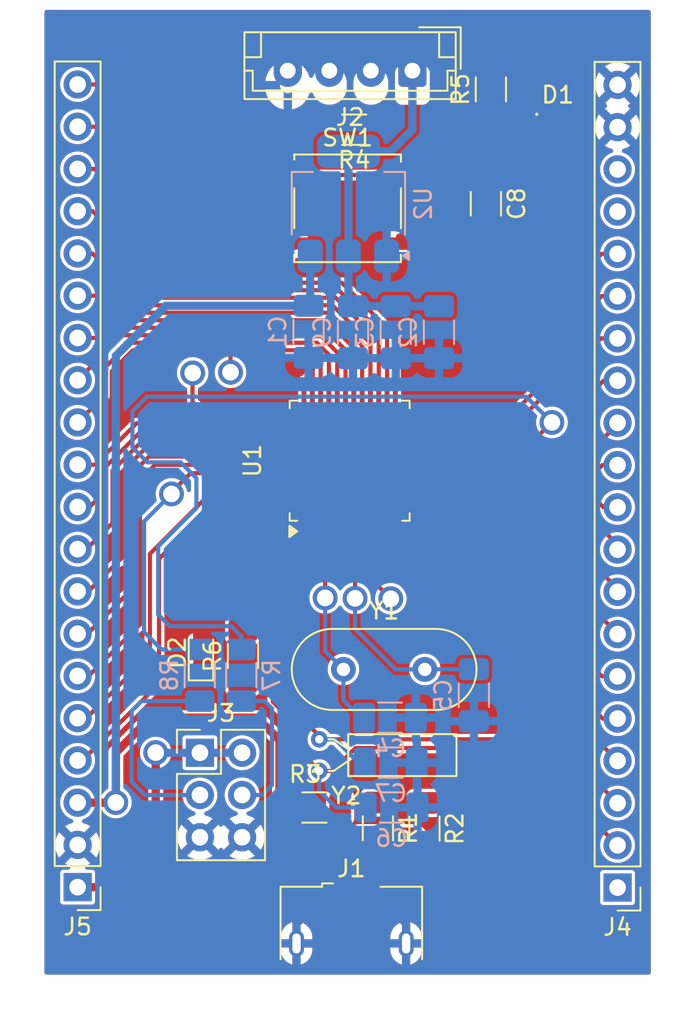
<source format=kicad_pcb>
(kicad_pcb (version 20241229) (generator "pcbnew") (generator_version "9.0")
  (layers (0 "F.Cu" signal) (2 "B.Cu" signal) (13 "F.Paste" user) (15 "B.Paste" user) (5 "F.SilkS" user "F.Silkscreen") (7 "B.SilkS" user "B.Silkscreen") (1 "F.Mask" user) (3 "B.Mask" user) (25 "Edge.Cuts" user))
  (net 0 "")
  (net 1 "Net-(J1-D-)")
  (net 2 "GND")
  (net 4 "Net-(J1-D+)")
  (net 5 "+5V")
  (net 6 "PA12")
  (net 7 "PA11")
  (net 8 "+3.3V")
  (net 9 "OSCIN")
  (net 10 "OSCOUT")
  (net 11 "Net-(D1-K)")
  (net 12 "Net-(D2-K)")
  (net 13 "SWDCLK")
  (net 14 "SWDIO")
  (net 15 "Net-(J3-Pin_4)")
  (net 16 "Net-(J3-Pin_3)")
  (net 17 "PC13")
  (net 18 "BOOT1")
  (net 19 "BOOT0")
  (net 20 "PA3")
  (net 21 "PA7")
  (net 22 "PA5")
  (net 23 "PA6")
  (net 24 "PA1")
  (net 25 "NRST")
  (net 26 "PC14")
  (net 27 "PB10")
  (net 28 "VBAT")
  (net 29 "PB0")
  (net 30 "PA4")
  (net 31 "PB11")
  (net 32 "PB1")
  (net 33 "PA2")
  (net 34 "PC15")
  (net 35 "PA0")
  (net 36 "PB14")
  (net 37 "PA8")
  (net 38 "PB15")
  (net 39 "PB8")
  (net 40 "PB3")
  (net 41 "PB13")
  (net 42 "PB12")
  (net 43 "PB5")
  (net 44 "PB4")
  (net 45 "PB6")
  (net 46 "PB7")
  (net 47 "PA10")
  (net 48 "PB9")
  (net 49 "PA9")
  (net 50 "PA15")
  (footprint "Connector_PinHeader_2.54mm:PinHeader_1x20_P2.54mm_Vertical" (layer "F.Cu") (at 242.5 80.765 180)
    (property "Reference" "J4")
    (property "Value" "Conn_01x20")
  )
  (footprint "Connector_USB:USB_Micro-B_Amphenol_10118193-0001LF_Horizontal" (layer "F.Cu") (at 226.475 84.125)
    (property "Reference" "J1")
    (property "Value" "USB_B_Micro")
  )
  (footprint "Resistor_SMD:R_1206_3216Metric_Pad1.30x1.75mm_HandSolder" (layer "F.Cu") (at 230.875 77.225 -90)
    (property "Reference" "R2")
    (property "Value" "20R")
  )
  (footprint "Resistor_SMD:R_1206_3216Metric_Pad1.30x1.75mm_HandSolder" (layer "F.Cu") (at 226.65 35.2 180)
    (property "Reference" "R4")
    (property "Value" "10K")
  )
  (footprint "Resistor_SMD:R_1206_3216Metric_Pad1.30x1.75mm_HandSolder" (layer "F.Cu") (at 224.25 75.95)
    (property "Reference" "R3")
    (property "Value" "4k7")
  )
  (footprint "Resistor_SMD:R_1206_3216Metric_Pad1.30x1.75mm_HandSolder" (layer "F.Cu") (at 228.075 77.2 -90)
    (property "Reference" "R1")
    (property "Value" "20R")
  )
  (footprint "Resistor_SMD:R_1206_3216Metric_Pad1.30x1.75mm_HandSolder" (layer "F.Cu") (at 234.875 32.775 90)
    (property "Reference" "R5")
    (property "Value" "510")
  )
  (footprint "Crystal:Crystal_HC18-U_Vertical" (layer "F.Cu") (at 226 67.65)
    (property "Reference" "Y1")
    (property "Value" "8MHz")
  )
  (footprint "Package_QFP:LQFP-48_7x7mm_P0.5mm" (layer "F.Cu") (at 226.375 55.1 90)
    (property "Reference" "U1")
    (property "Value" "STM32F103C8Tx")
  )
  (footprint "Crystal:Crystal_DS26_D2.0mm_L6.0mm_Horizontal" (layer "F.Cu") (at 224.545 73.75 90)
    (property "Reference" "Y2")
    (property "Value" "32.758K")
  )
  (footprint "Connector_PinHeader_2.54mm:PinHeader_1x20_P2.54mm_Vertical" (layer "F.Cu") (at 210 80.74 180)
    (property "Reference" "J5")
    (property "Value" "Conn_01x20")
  )
  (footprint "Resistor_SMD:R_1206_3216Metric_Pad1.30x1.75mm_HandSolder" (layer "F.Cu") (at 219.95 66.85 90)
    (property "Reference" "R6")
    (property "Value" "510")
  )
  (footprint "Connector_JST:JST_EH_B4B-EH-A_1x04_P2.50mm_Vertical" (layer "F.Cu") (at 230.15 31.65 180)
    (property "Reference" "J2")
    (property "Value" "ST-LINK")
  )
  (footprint "Connector_PinHeader_2.54mm:PinHeader_2x03_P2.54mm_Vertical" (layer "F.Cu") (at 217.36 72.66)
    (property "Reference" "J3")
    (property "Value" "BOOT")
  )
  (footprint "LED_SMD:LED_0402_1005Metric_Pad0.77x0.64mm_HandSolder" (layer "F.Cu") (at 238.9025 34.275)
    (property "Reference" "D1")
    (property "Value" "LED")
  )
  (footprint "LED_SMD:LED_0603_1608Metric_Pad1.05x0.95mm_HandSolder" (layer "F.Cu") (at 217.425 66.65 90)
    (property "Reference" "D2")
    (property "Value" "LED")
  )
  (footprint "Capacitor_SMD:C_1206_3216Metric_Pad1.33x1.80mm_HandSolder" (layer "F.Cu") (at 234.575 39.65 -90)
    (property "Reference" "C8")
    (property "Value" "22n")
  )
  (footprint "Button_Switch_SMD:SW_Push_1P1T_NO_CK_KSC6xxG" (layer "F.Cu") (at 226.25 39.925 180)
    (property "Reference" "SW1")
    (property "Value" "RST")
  )
  (footprint "Resistor_SMD:R_1206_3216Metric_Pad1.30x1.75mm_HandSolder" (layer "B.Cu") (at 217.35 68 -90)
    (property "Reference" "R8")
    (property "Value" "100K")
  )
  (footprint "Resistor_SMD:R_1206_3216Metric_Pad1.30x1.75mm_HandSolder" (layer "B.Cu") (at 219.85 68 90)
    (property "Reference" "R7")
    (property "Value" "100K")
  )
  (footprint "Capacitor_SMD:C_1206_3216Metric_Pad1.33x1.80mm_HandSolder" (layer "B.Cu") (at 231.75 47.375 -90)
    (property "Reference" "C2")
    (property "Value" "22n")
  )
  (footprint "Capacitor_SMD:C_1206_3216Metric_Pad1.33x1.80mm_HandSolder" (layer "B.Cu") (at 228.9 75.95)
    (property "Reference" "C6")
    (property "Value" "20p")
  )
  (footprint "Capacitor_SMD:C_1206_3216Metric_Pad1.33x1.80mm_HandSolder" (layer "B.Cu") (at 233.85 69.2 -90)
    (property "Reference" "C5")
    (property "Value" "20p")
  )
  (footprint "Package_TO_SOT_SMD:SOT-223-3_TabPin2" (layer "B.Cu") (at 226.3 39.65 90)
    (property "Reference" "U2")
    (property "Value" "AMS1117-3.3")
  )
  (footprint "Capacitor_SMD:C_1206_3216Metric_Pad1.33x1.80mm_HandSolder" (layer "B.Cu") (at 229.15 47.375 -90)
    (property "Reference" "C3")
    (property "Value" "22n")
  )
  (footprint "Capacitor_SMD:C_1206_3216Metric_Pad1.33x1.80mm_HandSolder" (layer "B.Cu") (at 226.575 47.375 -90)
    (property "Reference" "C9")
    (property "Value" "22n")
  )
  (footprint "Capacitor_SMD:C_1206_3216Metric_Pad1.33x1.80mm_HandSolder" (layer "B.Cu") (at 228.8 70.55)
    (property "Reference" "C4")
    (property "Value" "20p")
  )
  (footprint "Capacitor_SMD:C_1206_3216Metric_Pad1.33x1.80mm_HandSolder" (layer "B.Cu") (at 223.9 47.35 -90)
    (property "Reference" "C1")
    (property "Value" "22n")
  )
  (footprint "Capacitor_SMD:C_1206_3216Metric_Pad1.33x1.80mm_HandSolder" (layer "B.Cu") (at 228.85 73.25)
    (property "Reference" "C7")
    (property "Value" "20p")
  )
  (segment (start 225.825 81.45) (end 225.825 78.35) (width 0.25) (layer "F.Cu") (net 1))
  (segment (start 226.9 77.275) (end 230.425 77.275) (width 0.25) (layer "F.Cu") (net 1))
  (segment (start 230.875 77.725) (end 230.875 78.775) (width 0.25) (layer "F.Cu") (net 1))
  (segment (start 230.425 77.275) (end 230.875 77.725) (width 0.25) (layer "F.Cu") (net 1))
  (segment (start 225.825 78.35) (end 226.9 77.275) (width 0.25) (layer "F.Cu") (net 1))
  (segment (start 226.95 78.75) (end 228.075 78.75) (width 0.25) (layer "F.Cu") (net 4))
  (segment (start 226.475 79.225) (end 226.95 78.75) (width 0.25) (layer "F.Cu") (net 4))
  (segment (start 226.475 81.45) (end 226.475 79.225) (width 0.25) (layer "F.Cu") (net 4))
  (segment (start 222.15 71.9) (end 222.15 76.95) (width 0.5) (layer "F.Cu") (net 5))
  (segment (start 212.29 75.66) (end 212.3 75.65) (width 0.5) (layer "F.Cu") (net 5))
  (segment (start 220.8 70.55) (end 222.15 71.9) (width 0.5) (layer "F.Cu") (net 5))
  (segment (start 210 75.66) (end 212.29 75.66) (width 0.5) (layer "F.Cu") (net 5))
  (segment (start 225.175 81.45) (end 225.175 79.975) (width 0.25) (layer "F.Cu") (net 5))
  (segment (start 214.4 70.55) (end 220.8 70.55) (width 0.5) (layer "F.Cu") (net 5))
  (segment (start 225.175 79.975) (end 224.95 79.75) (width 0.25) (layer "F.Cu") (net 5))
  (segment (start 222.15 76.95) (end 224.95 79.75) (width 0.5) (layer "F.Cu") (net 5))
  (segment (start 212.3 72.65) (end 214.4 70.55) (width 0.5) (layer "F.Cu") (net 5))
  (segment (start 212.3 75.65) (end 212.3 72.65) (width 0.5) (layer "F.Cu") (net 5))
  (via (at 212.3 75.65) (size 1.5) (drill 1) (layers "F.Cu" "B.Cu") (net 5))
  (segment (start 212.3 75.65) (end 212.3 48.8) (width 0.5) (layer "B.Cu") (net 5))
  (segment (start 224 42.8) (end 224 45.6875) (width 0.5) (layer "B.Cu") (net 5))
  (segment (start 224 45.6875) (end 223.9 45.7875) (width 0.5) (layer "B.Cu") (net 5))
  (segment (start 215.3125 45.7875) (end 223.9 45.7875) (width 0.5) (layer "B.Cu") (net 5))
  (segment (start 212.3 48.8) (end 215.3125 45.7875) (width 0.5) (layer "B.Cu") (net 5))
  (segment (start 213.142 48.008) (end 211.6 49.55) (width 0.25) (layer "F.Cu") (net 6))
  (segment (start 225.125 48.72748) (end 224.40552 48.008) (width 0.25) (layer "F.Cu") (net 6))
  (segment (start 228.075 75.65) (end 226.1 75.65) (width 0.25) (layer "F.Cu") (net 6))
  (segment (start 211.6 49.55) (end 211.6 51.2) (width 0.25) (layer "F.Cu") (net 6))
  (segment (start 211.6 51.2) (end 210 52.8) (width 0.25) (layer "F.Cu") (net 6))
  (segment (start 225.125 50.9375) (end 225.125 48.72748) (width 0.25) (layer "F.Cu") (net 6))
  (segment (start 224.40552 48.008) (end 213.142 48.008) (width 0.25) (layer "F.Cu") (net 6))
  (segment (start 226.1 75.65) (end 225.8 75.95) (width 0.25) (layer "F.Cu") (net 6))
  (segment (start 225.625 50.9375) (end 225.625 48.58967) (width 0.25) (layer "F.Cu") (net 7))
  (segment (start 212.693 47.557) (end 210 50.25) (width 0.25) (layer "F.Cu") (net 7))
  (segment (start 225.625 48.58967) (end 224.59233 47.557) (width 0.25) (layer "F.Cu") (net 7))
  (segment (start 224.59233 47.557) (end 212.693 47.557) (width 0.25) (layer "F.Cu") (net 7))
  (segment (start 210 50.25) (end 210 50.26) (width 0.25) (layer "F.Cu") (net 7))
  (segment (start 230.5375 52.35) (end 224.175 52.35) (width 0.25) (layer "F.Cu") (net 8))
  (segment (start 224.175 52.35) (end 223.625 51.8) (width 0.25) (layer "F.Cu") (net 8))
  (segment (start 223.625 51.8) (end 223.625 50.9375) (width 0.25) (layer "F.Cu") (net 8))
  (segment (start 222.2125 57.85) (end 227.019178 57.85) (width 0.25) (layer "F.Cu") (net 8))
  (segment (start 227.625 58.455822) (end 227.625 59.2625) (width 0.25) (layer "F.Cu") (net 8))
  (segment (start 227.019178 57.85) (end 227.625 58.455822) (width 0.25) (layer "F.Cu") (net 8))
  (segment (start 213.26 80.74) (end 210 80.74) (width 0.5) (layer "F.Cu") (net 8))
  (segment (start 214.7 79.3) (end 213.26 80.74) (width 0.5) (layer "F.Cu") (net 8))
  (segment (start 214.7 72.65) (end 214.7 79.3) (width 0.5) (layer "F.Cu") (net 8))
  (via (at 214.7 72.65) (size 1.5) (drill 1) (layers "F.Cu" "B.Cu") (net 8))
  (segment (start 230.15 35.2) (end 230.15 32.525) (width 0.5) (layer "B.Cu") (net 8))
  (segment (start 214.7 72.65) (end 214.71 72.66) (width 0.5) (layer "B.Cu") (net 8))
  (segment (start 226.3 45.5375) (end 226.575 45.8125) (width 0.5) (layer "B.Cu") (net 8))
  (segment (start 226.3 36.5) (end 226.3 42.8) (width 0.5) (layer "B.Cu") (net 8))
  (segment (start 226.575 45.8125) (end 229.15 45.8125) (width 0.5) (layer "B.Cu") (net 8))
  (segment (start 226.3 42.8) (end 226.3 45.5375) (width 0.5) (layer "B.Cu") (net 8))
  (segment (start 229.15 45.8125) (end 231.75 45.8125) (width 0.5) (layer "B.Cu") (net 8))
  (segment (start 226.3 36.5) (end 228.85 36.5) (width 0.5) (layer "B.Cu") (net 8))
  (segment (start 217.36 72.66) (end 214.71 72.66) (width 0.5) (layer "B.Cu") (net 8))
  (segment (start 228.85 36.5) (end 230.15 35.2) (width 0.5) (layer "B.Cu") (net 8))
  (segment (start 219.9 72.66) (end 217.36 72.66) (width 0.5) (layer "B.Cu") (net 8))
  (segment (start 225.625 59.2625) (end 225.625 61.325) (width 0.25) (layer "F.Cu") (net 9))
  (segment (start 224.9 62.05) (end 224.9 63.35) (width 0.25) (layer "F.Cu") (net 9))
  (segment (start 224.9 63.35) (end 224.9 63.45) (width 0.25) (layer "F.Cu") (net 9))
  (segment (start 225.625 61.325) (end 224.9 62.05) (width 0.25) (layer "F.Cu") (net 9))
  (via (at 224.9 63.35) (size 1.5) (drill 1) (layers "F.Cu" "B.Cu") (net 9))
  (segment (start 227.2375 70.55) (end 227.05 70.55) (width 0.25) (layer "B.Cu") (net 9))
  (segment (start 224.9 63.35) (end 224.9 66.55) (width 0.25) (layer "B.Cu") (net 9))
  (segment (start 227.05 70.55) (end 226 69.5) (width 0.25) (layer "B.Cu") (net 9))
  (segment (start 224.9 66.55) (end 226 67.65) (width 0.25) (layer "B.Cu") (net 9))
  (segment (start 226 69.5) (end 226 67.65) (width 0.25) (layer "B.Cu") (net 9))
  (segment (start 226.125 61.375) (end 226.125 59.2625) (width 0.25) (layer "F.Cu") (net 10))
  (segment (start 226.7 61.95) (end 226.125 61.375) (width 0.25) (layer "F.Cu") (net 10))
  (segment (start 226.7 63.375) (end 226.7 61.95) (width 0.25) (layer "F.Cu") (net 10))
  (via (at 226.7 63.375) (size 1.5) (drill 1) (layers "F.Cu" "B.Cu") (net 10))
  (segment (start 229.15 67.65) (end 230.9 67.65) (width 0.25) (layer "B.Cu") (net 10))
  (segment (start 226.7 63.375) (end 226.7 65.2) (width 0.25) (layer "B.Cu") (net 10))
  (segment (start 233.85 67.6375) (end 230.9125 67.6375) (width 0.25) (layer "B.Cu") (net 10))
  (segment (start 230.9125 67.6375) (end 230.9 67.65) (width 0.25) (layer "B.Cu") (net 10))
  (segment (start 226.7 65.2) (end 229.15 67.65) (width 0.25) (layer "B.Cu") (net 10))
  (segment (start 216.925 49.825) (end 216.916 49.834) (width 0.25) (layer "F.Cu") (net 13))
  (segment (start 216.916 49.834) (end 216.916 51.562) (width 0.25) (layer "F.Cu") (net 13))
  (segment (start 217.704 52.35) (end 222.2125 52.35) (width 0.25) (layer "F.Cu") (net 13))
  (segment (start 216.916 51.562) (end 217.704 52.35) (width 0.25) (layer "F.Cu") (net 13))
  (via (at 216.925 49.825) (size 1.5) (drill 1) (layers "F.Cu" "B.Cu") (net 13))
  (segment (start 219.964 48.459) (end 219.511 48.459) (width 0.25) (layer "F.Cu") (net 14))
  (segment (start 224.625 50.9375) (end 224.625 49.056) (width 0.25) (layer "F.Cu") (net 14))
  (segment (start 224.028 48.459) (end 219.964 48.459) (width 0.25) (layer "F.Cu") (net 14))
  (segment (start 219.202 48.768) (end 219.202 49.784) (width 0.25) (layer "F.Cu") (net 14))
  (segment (start 224.625 49.056) (end 224.028 48.459) (width 0.25) (layer "F.Cu") (net 14))
  (segment (start 219.511 48.459) (end 219.202 48.768) (width 0.25) (layer "F.Cu") (net 14))
  (via (at 219.202 49.784) (size 1.5) (drill 1) (layers "F.Cu" "B.Cu") (net 14))
  (segment (start 221.7 74.6) (end 221.7 70) (width 0.25) (layer "B.Cu") (net 15))
  (segment (start 221.25 69.55) (end 219.85 69.55) (width 0.25) (layer "B.Cu") (net 15))
  (segment (start 221.1 75.2) (end 221.7 74.6) (width 0.25) (layer "B.Cu") (net 15))
  (segment (start 221.7 70) (end 221.25 69.55) (width 0.25) (layer "B.Cu") (net 15))
  (segment (start 219.9 75.2) (end 221.1 75.2) (width 0.25) (layer "B.Cu") (net 15))
  (segment (start 217.36 75.2) (end 214.05 75.2) (width 0.25) (layer "B.Cu") (net 16))
  (segment (start 213.85 69.55) (end 217.35 69.55) (width 0.25) (layer "B.Cu") (net 16))
  (segment (start 214.05 75.2) (end 213.25 74.4) (width 0.25) (layer "B.Cu") (net 16))
  (segment (start 213.25 70.15) (end 213.85 69.55) (width 0.25) (layer "B.Cu") (net 16))
  (segment (start 213.25 74.4) (end 213.25 70.15) (width 0.25) (layer "B.Cu") (net 16))
  (segment (start 227.25 72.826) (end 225.476 74.6) (width 0.25) (layer "F.Cu") (net 17))
  (segment (start 221.299 66.874) (end 220.875 66.45) (width 0.25) (layer "F.Cu") (net 17))
  (segment (start 219.95 66.25) (end 219.95 65.3) (width 0.25) (layer "F.Cu") (net 17))
  (segment (start 220.15 66.45) (end 219.95 66.25) (width 0.25) (layer "F.Cu") (net 17))
  (segment (start 224 74.6) (end 222.825 73.425) (width 0.25) (layer "F.Cu") (net 17))
  (segment (start 239.00319 72.826) (end 227.25 72.826) (width 0.25) (layer "F.Cu") (net 17))
  (segment (start 240.9 76.625) (end 240.9 74.72281) (width 0.25) (layer "F.Cu") (net 17))
  (segment (start 225.476 74.6) (end 224 74.6) (width 0.25) (layer "F.Cu") (net 17))
  (segment (start 222.825 71.31281) (end 221.299 69.78681) (width 0.25) (layer "F.Cu") (net 17))
  (segment (start 220.875 66.45) (end 220.15 66.45) (width 0.25) (layer "F.Cu") (net 17))
  (segment (start 221.299 69.78681) (end 221.299 66.874) (width 0.25) (layer "F.Cu") (net 17))
  (segment (start 240.9 74.72281) (end 239.00319 72.826) (width 0.25) (layer "F.Cu") (net 17))
  (segment (start 224.125 60.575) (end 222.7 62) (width 0.25) (layer "F.Cu") (net 17))
  (segment (start 222.7 62) (end 222.7 64) (width 0.25) (layer "F.Cu") (net 17))
  (segment (start 222.825 73.425) (end 222.825 71.31281) (width 0.25) (layer "F.Cu") (net 17))
  (segment (start 242.5 78.225) (end 240.9 76.625) (width 0.25) (layer "F.Cu") (net 17))
  (segment (start 221.4 65.3) (end 219.95 65.3) (width 0.25) (layer "F.Cu") (net 17))
  (segment (start 222.7 64) (end 221.4 65.3) (width 0.25) (layer "F.Cu") (net 17))
  (segment (start 224.125 59.2625) (end 224.125 60.575) (width 0.25) (layer "F.Cu") (net 17))
  (segment (start 238.525 52.8) (end 236.975 54.35) (width 0.25) (layer "F.Cu") (net 18))
  (segment (start 236.975 54.35) (end 230.5375 54.35) (width 0.25) (layer "F.Cu") (net 18))
  (segment (start 238.55 52.8) (end 238.525 52.8) (width 0.25) (layer "F.Cu") (net 18))
  (via (at 238.55 52.8) (size 1.5) (drill 1) (layers "F.Cu" "B.Cu") (net 18))
  (segment (start 217.15 56.15) (end 216.2 55.2) (width 0.25) (layer "B.Cu") (net 18))
  (segment (start 214.18 51.25) (end 237 51.25) (width 0.25) (layer "B.Cu") (net 18))
  (segment (start 217.15 57.95) (end 217.15 56.15) (width 0.25) (layer "B.Cu") (net 18))
  (segment (start 219.85 66.45) (end 219.85 65.65) (width 0.25) (layer "B.Cu") (net 18))
  (segment (start 214.85 64.35) (end 214.85 60.25) (width 0.25) (layer "B.Cu") (net 18))
  (segment (start 214.85 60.25) (end 217.15 57.95) (width 0.25) (layer "B.Cu") (net 18))
  (segment (start 213.3 52.13) (end 214.18 51.25) (width 0.25) (layer "B.Cu") (net 18))
  (segment (start 213.3 54.3) (end 213.3 52.13) (width 0.25) (layer "B.Cu") (net 18))
  (segment (start 216.2 55.2) (end 214.2 55.2) (width 0.25) (layer "B.Cu") (net 18))
  (segment (start 219.25 65.05) (end 215.55 65.05) (width 0.25) (layer "B.Cu") (net 18))
  (segment (start 215.55 65.05) (end 214.85 64.35) (width 0.25) (layer "B.Cu") (net 18))
  (segment (start 237 51.25) (end 238.55 52.8) (width 0.25) (layer "B.Cu") (net 18))
  (segment (start 214.2 55.2) (end 213.3 54.3) (width 0.25) (layer "B.Cu") (net 18))
  (segment (start 219.85 65.65) (end 219.25 65.05) (width 0.25) (layer "B.Cu") (net 18))
  (segment (start 215.65 57) (end 216.8 55.85) (width 0.25) (layer "F.Cu") (net 19))
  (segment (start 216.8 55.85) (end 222.2125 55.85) (width 0.25) (layer "F.Cu") (net 19))
  (segment (start 215.65 57.1) (end 215.65 57) (width 0.25) (layer "F.Cu") (net 19))
  (via (at 215.65 57.1) (size 1.5) (drill 1) (layers "F.Cu" "B.Cu") (net 19))
  (segment (start 217.35 66.45) (end 215.05 66.45) (width 0.25) (layer "B.Cu") (net 19))
  (segment (start 214 58.75) (end 215.65 57.1) (width 0.25) (layer "B.Cu") (net 19))
  (segment (start 214 65.4) (end 214 58.75) (width 0.25) (layer "B.Cu") (net 19))
  (segment (start 215.05 66.45) (end 214 65.4) (width 0.25) (layer "B.Cu") (net 19))
  (segment (start 241.05 61.35) (end 241.05 59.45) (width 0.25) (layer "F.Cu") (net 20))
  (segment (start 241.05 59.45) (end 239.45 57.85) (width 0.25) (layer "F.Cu") (net 20))
  (segment (start 242.5 62.985) (end 242.5 62.8) (width 0.25) (layer "F.Cu") (net 20))
  (segment (start 239.45 57.85) (end 230.5375 57.85) (width 0.25) (layer "F.Cu") (net 20))
  (segment (start 242.5 62.8) (end 241.05 61.35) (width 0.25) (layer "F.Cu") (net 20))
  (segment (start 239.55 55.85) (end 242.5 52.9) (width 0.25) (layer "F.Cu") (net 21))
  (segment (start 230.5375 55.85) (end 239.55 55.85) (width 0.25) (layer "F.Cu") (net 21))
  (segment (start 242.5 52.9) (end 242.5 52.825) (width 0.25) (layer "F.Cu") (net 21))
  (segment (start 240.6 56.85) (end 241.655 57.905) (width 0.25) (layer "F.Cu") (net 22))
  (segment (start 241.655 57.905) (end 242.5 57.905) (width 0.25) (layer "F.Cu") (net 22))
  (segment (start 230.5375 56.85) (end 240.6 56.85) (width 0.25) (layer "F.Cu") (net 22))
  (segment (start 230.5375 56.35) (end 240.6 56.35) (width 0.25) (layer "F.Cu") (net 23))
  (segment (start 240.6 56.35) (end 241.585 55.365) (width 0.25) (layer "F.Cu") (net 23))
  (segment (start 241.585 55.365) (end 242.5 55.365) (width 0.25) (layer "F.Cu") (net 23))
  (segment (start 241.565 68.065) (end 242.5 68.065) (width 0.25) (layer "F.Cu") (net 24))
  (segment (start 241.05 64.8) (end 241.05 67.55) (width 0.25) (layer "F.Cu") (net 24))
  (segment (start 241.05 67.55) (end 241.565 68.065) (width 0.25) (layer "F.Cu") (net 24))
  (segment (start 229.225 60.875) (end 237.125 60.875) (width 0.25) (layer "F.Cu") (net 24))
  (segment (start 237.125 60.875) (end 241.05 64.8) (width 0.25) (layer "F.Cu") (net 24))
  (segment (start 228.625 59.2625) (end 228.625 60.275) (width 0.25) (layer "F.Cu") (net 24))
  (segment (start 228.625 60.275) (end 229.225 60.875) (width 0.25) (layer "F.Cu") (net 24))
  (segment (start 230.7 37.925) (end 234.4125 37.925) (width 0.25) (layer "F.Cu") (net 25))
  (segment (start 226.625 61.175) (end 226.625 59.2625) (width 0.25) (layer "F.Cu") (net 25))
  (segment (start 234.4125 37.925) (end 234.575 38.0875) (width 0.25) (layer "F.Cu") (net 25))
  (segment (start 225.1 35.2) (end 222.9 35.2) (width 0.25) (layer "F.Cu") (net 25))
  (segment (start 228.85 63.4) (end 226.625 61.175) (width 0.25) (layer "F.Cu") (net 25))
  (segment (start 221.8 37.925) (end 230.7 37.925) (width 0.25) (layer "F.Cu") (net 25))
  (segment (start 221.8 36.3) (end 221.8 37.925) (width 0.25) (layer "F.Cu") (net 25))
  (segment (start 222.9 35.2) (end 221.8 36.3) (width 0.25) (layer "F.Cu") (net 25))
  (via (at 228.85 63.4) (size 1.5) (drill 1) (layers "F.Cu" "B.Cu") (net 25))
  (segment (start 224.625 60.825) (end 223.25 62.2) (width 0.25) (layer "F.Cu") (net 26))
  (segment (start 221.75 69.6) (end 223.35 71.2) (width 0.25) (layer "F.Cu") (net 26))
  (segment (start 223.25 64.41219) (end 221.75 65.91219) (width 0.25) (layer "F.Cu") (net 26))
  (segment (start 239.19 72.375) (end 226.725 72.375) (width 0.25) (layer "F.Cu") (net 26))
  (segment (start 221.75 65.91219) (end 221.75 69.6) (width 0.25) (layer "F.Cu") (net 26))
  (segment (start 223.35 72.555) (end 224.545 73.75) (width 0.25) (layer "F.Cu") (net 26))
  (segment (start 223.25 62.2) (end 223.25 64.41219) (width 0.25) (layer "F.Cu") (net 26))
  (segment (start 224.625 59.2625) (end 224.625 60.825) (width 0.25) (layer "F.Cu") (net 26))
  (segment (start 226.725 72.375) (end 225.35 73.75) (width 0.25) (layer "F.Cu") (net 26))
  (segment (start 242.5 75.685) (end 239.19 72.375) (width 0.25) (layer "F.Cu") (net 26))
  (segment (start 225.35 73.75) (end 224.545 73.75) (width 0.25) (layer "F.Cu") (net 26))
  (segment (start 223.35 71.2) (end 223.35 72.555) (width 0.25) (layer "F.Cu") (net 26))
  (segment (start 225.55 75.95) (end 224.545 74.945) (width 0.25) (layer "B.Cu") (net 26))
  (segment (start 224.545 74.945) (end 224.545 73.75) (width 0.25) (layer "B.Cu") (net 26))
  (segment (start 227.3375 75.95) (end 225.55 75.95) (width 0.25) (layer "B.Cu") (net 26))
  (segment (start 241.545 45.205) (end 242.5 45.205) (width 0.25) (layer "F.Cu") (net 27))
  (segment (start 239.85 46.9) (end 241.545 45.205) (width 0.25) (layer "F.Cu") (net 27))
  (segment (start 230.5375 53.85) (end 235.4 53.85) (width 0.25) (layer "F.Cu") (net 27))
  (segment (start 235.4 53.85) (end 239.85 49.4) (width 0.25) (layer "F.Cu") (net 27))
  (segment (start 239.85 49.4) (end 239.85 46.9) (width 0.25) (layer "F.Cu") (net 27))
  (segment (start 241.05 53.45) (end 241.05 50.9) (width 0.25) (layer "F.Cu") (net 29))
  (segment (start 239.15 55.35) (end 241.05 53.45) (width 0.25) (layer "F.Cu") (net 29))
  (segment (start 241.665 50.285) (end 242.5 50.285) (width 0.25) (layer "F.Cu") (net 29))
  (segment (start 230.5375 55.35) (end 239.15 55.35) (width 0.25) (layer "F.Cu") (net 29))
  (segment (start 241.05 50.9) (end 241.665 50.285) (width 0.25) (layer "F.Cu") (net 29))
  (segment (start 239.7 57.35) (end 242.5 60.15) (width 0.25) (layer "F.Cu") (net 30))
  (segment (start 242.5 60.15) (end 242.5 60.445) (width 0.25) (layer "F.Cu") (net 30))
  (segment (start 230.5375 57.35) (end 239.7 57.35) (width 0.25) (layer "F.Cu") (net 30))
  (segment (start 239.25 49.2) (end 239.25 44.95) (width 0.25) (layer "F.Cu") (net 31))
  (segment (start 239.25 44.95) (end 241.535 42.665) (width 0.25) (layer "F.Cu") (net 31))
  (segment (start 235.1 53.35) (end 239.25 49.2) (width 0.25) (layer "F.Cu") (net 31))
  (segment (start 230.5375 53.35) (end 235.1 53.35) (width 0.25) (layer "F.Cu") (net 31))
  (segment (start 241.535 42.665) (end 242.5 42.665) (width 0.25) (layer "F.Cu") (net 31))
  (segment (start 230.5375 54.85) (end 238.8 54.85) (width 0.25) (layer "F.Cu") (net 32))
  (segment (start 240.45 48.8) (end 241.505 47.745) (width 0.25) (layer "F.Cu") (net 32))
  (segment (start 241.505 47.745) (end 242.5 47.745) (width 0.25) (layer "F.Cu") (net 32))
  (segment (start 238.8 54.85) (end 240.45 53.2) (width 0.25) (layer "F.Cu") (net 32))
  (segment (start 240.45 53.2) (end 240.45 48.8) (width 0.25) (layer "F.Cu") (net 32))
  (segment (start 229.125 59.2625) (end 229.125 60.05) (width 0.25) (layer "F.Cu") (net 33))
  (segment (start 229.125 60.05) (end 229.45 60.375) (width 0.25) (layer "F.Cu") (net 33))
  (segment (start 229.45 60.375) (end 237.375 60.375) (width 0.25) (layer "F.Cu") (net 33))
  (segment (start 242.5 65.5) (end 242.5 65.525) (width 0.25) (layer "F.Cu") (net 33))
  (segment (start 237.375 60.375) (end 242.5 65.5) (width 0.25) (layer "F.Cu") (net 33))
  (segment (start 241.205 71.85) (end 224.545 71.85) (width 0.25) (layer "F.Cu") (net 34))
  (segment (start 223.701 64.599) (end 222.2 66.1) (width 0.25) (layer "F.Cu") (net 34))
  (segment (start 225.125 59.2625) (end 225.125 61.125) (width 0.25) (layer "F.Cu") (net 34))
  (segment (start 223.701 62.549) (end 223.701 64.599) (width 0.25) (layer "F.Cu") (net 34))
  (segment (start 224.545 71.645) (end 224.545 71.85) (width 0.25) (layer "F.Cu") (net 34))
  (segment (start 225.125 61.125) (end 223.701 62.549) (width 0.25) (layer "F.Cu") (net 34))
  (segment (start 222.2 69.3) (end 224.545 71.645) (width 0.25) (layer "F.Cu") (net 34))
  (segment (start 222.2 66.1) (end 222.2 69.3) (width 0.25) (layer "F.Cu") (net 34))
  (segment (start 242.5 73.145) (end 241.205 71.85) (width 0.25) (layer "F.Cu") (net 34))
  (segment (start 227.2875 73.25) (end 226.9 73.25) (width 0.25) (layer "B.Cu") (net 34))
  (segment (start 225.5 71.85) (end 224.545 71.85) (width 0.25) (layer "B.Cu") (net 34))
  (segment (start 226.9 73.25) (end 225.5 71.85) (width 0.25) (layer "B.Cu") (net 34))
  (segment (start 240.4 65.05) (end 240.4 69.4) (width 0.25) (layer "F.Cu") (net 35))
  (segment (start 228.125 59.2625) (end 228.125 60.45) (width 0.25) (layer "F.Cu") (net 35))
  (segment (start 241.605 70.605) (end 242.5 70.605) (width 0.25) (layer "F.Cu") (net 35))
  (segment (start 236.75 61.4) (end 240.4 65.05) (width 0.25) (layer "F.Cu") (net 35))
  (segment (start 229.075 61.4) (end 236.75 61.4) (width 0.25) (layer "F.Cu") (net 35))
  (segment (start 240.4 69.4) (end 241.605 70.605) (width 0.25) (layer "F.Cu") (net 35))
  (segment (start 228.125 60.45) (end 229.075 61.4) (width 0.25) (layer "F.Cu") (net 35))
  (segment (start 225.52638 45.302) (end 213.83981 45.302) (width 0.25) (layer "F.Cu") (net 36))
  (segment (start 212.65 44.11219) (end 212.65 39.2) (width 0.25) (layer "F.Cu") (net 36))
  (segment (start 213.83981 45.302) (end 212.65 44.11219) (width 0.25) (layer "F.Cu") (net 36))
  (segment (start 228.125 50.9375) (end 228.125 47.90062) (width 0.25) (layer "F.Cu") (net 36))
  (segment (start 212.65 39.2) (end 211.01 37.56) (width 0.25) (layer "F.Cu") (net 36))
  (segment (start 228.125 47.90062) (end 225.52638 45.302) (width 0.25) (layer "F.Cu") (net 36))
  (segment (start 211.01 37.56) (end 210 37.56) (width 0.25) (layer "F.Cu") (net 36))
  (segment (start 225.15276 46.204) (end 213.404 46.204) (width 0.25) (layer "F.Cu") (net 37))
  (segment (start 213.404 46.204) (end 211.6 44.4) (width 0.25) (layer "F.Cu") (net 37))
  (segment (start 227.125 48.17624) (end 225.15276 46.204) (width 0.25) (layer "F.Cu") (net 37))
  (segment (start 227.125 50.9375) (end 227.125 48.17624) (width 0.25) (layer "F.Cu") (net 37))
  (segment (start 210.89 42.64) (end 210 42.64) (width 0.25) (layer "F.Cu") (net 37))
  (segment (start 211.6 43.35) (end 210.89 42.64) (width 0.25) (layer "F.Cu") (net 37))
  (segment (start 211.6 44.4) (end 211.6 43.35) (width 0.25) (layer "F.Cu") (net 37))
  (segment (start 227.625 50.9375) (end 227.625 48.03843) (width 0.25) (layer "F.Cu") (net 38))
  (segment (start 212.15 44.25) (end 212.15 41.35) (width 0.25) (layer "F.Cu") (net 38))
  (segment (start 227.625 48.03843) (end 225.33957 45.753) (width 0.25) (layer "F.Cu") (net 38))
  (segment (start 213.653 45.753) (end 212.15 44.25) (width 0.25) (layer "F.Cu") (net 38))
  (segment (start 225.33957 45.753) (end 213.653 45.753) (width 0.25) (layer "F.Cu") (net 38))
  (segment (start 212.15 41.35) (end 210.9 40.1) (width 0.25) (layer "F.Cu") (net 38))
  (segment (start 210.9 40.1) (end 210 40.1) (width 0.25) (layer "F.Cu") (net 38))
  (segment (start 214.35 60.7) (end 214.35 66.75) (width 0.25) (layer "F.Cu") (net 39))
  (segment (start 218.7 56.35) (end 214.35 60.7) (width 0.25) (layer "F.Cu") (net 39))
  (segment (start 222.2125 56.35) (end 218.7 56.35) (width 0.25) (layer "F.Cu") (net 39))
  (segment (start 210.52 70.58) (end 210 70.58) (width 0.25) (layer "F.Cu") (net 39))
  (segment (start 214.35 66.75) (end 210.52 70.58) (width 0.25) (layer "F.Cu") (net 39))
  (segment (start 211.55 57.05) (end 210.72 57.88) (width 0.25) (layer "F.Cu") (net 40))
  (segment (start 210.72 57.88) (end 210 57.88) (width 0.25) (layer "F.Cu") (net 40))
  (segment (start 213.8 53.35) (end 211.55 55.6) (width 0.25) (layer "F.Cu") (net 40))
  (segment (start 211.55 55.6) (end 211.55 57.05) (width 0.25) (layer "F.Cu") (net 40))
  (segment (start 222.2125 53.35) (end 213.8 53.35) (width 0.25) (layer "F.Cu") (net 40))
  (segment (start 211.07 35.02) (end 210 35.02) (width 0.25) (layer "F.Cu") (net 41))
  (segment (start 225.71319 44.851) (end 214.101 44.851) (width 0.25) (layer "F.Cu") (net 41))
  (segment (start 228.625 50.9375) (end 228.625 47.76281) (width 0.25) (layer "F.Cu") (net 41))
  (segment (start 213.15 43.9) (end 213.15 37.1) (width 0.25) (layer "F.Cu") (net 41))
  (segment (start 214.101 44.851) (end 213.15 43.9) (width 0.25) (layer "F.Cu") (net 41))
  (segment (start 228.625 47.76281) (end 225.71319 44.851) (width 0.25) (layer "F.Cu") (net 41))
  (segment (start 213.15 37.1) (end 211.07 35.02) (width 0.25) (layer "F.Cu") (net 41))
  (segment (start 214.28781 44.4) (end 213.65 43.76219) (width 0.25) (layer "F.Cu") (net 42))
  (segment (start 211.08 32.48) (end 210 32.48) (width 0.25) (layer "F.Cu") (net 42))
  (segment (start 213.65 43.76219) (end 213.65 35.05) (width 0.25) (layer "F.Cu") (net 42))
  (segment (start 225.9 44.4) (end 214.28781 44.4) (width 0.25) (layer "F.Cu") (net 42))
  (segment (start 213.65 35.05) (end 211.08 32.48) (width 0.25) (layer "F.Cu") (net 42))
  (segment (start 229.125 50.9375) (end 229.125 47.625) (width 0.25) (layer "F.Cu") (net 42))
  (segment (start 229.125 50.9375) (end 229.101 50.9135) (width 0.25) (layer "F.Cu") (net 42))
  (segment (start 229.125 47.625) (end 225.9 44.4) (width 0.25) (layer "F.Cu") (net 42))
  (segment (start 212.65 60.95) (end 210.64 62.96) (width 0.25) (layer "F.Cu") (net 43))
  (segment (start 212.65 55.78781) (end 212.65 60.95) (width 0.25) (layer "F.Cu") (net 43))
  (segment (start 214.08781 54.35) (end 212.65 55.78781) (width 0.25) (layer "F.Cu") (net 43))
  (segment (start 210.64 62.96) (end 210 62.96) (width 0.25) (layer "F.Cu") (net 43))
  (segment (start 222.2125 54.35) (end 214.08781 54.35) (width 0.25) (layer "F.Cu") (net 43))
  (segment (start 222.2125 53.85) (end 213.95 53.85) (width 0.25) (layer "F.Cu") (net 44))
  (segment (start 212.1 58.85) (end 210.53 60.42) (width 0.25) (layer "F.Cu") (net 44))
  (segment (start 212.1 55.7) (end 212.1 58.85) (width 0.25) (layer "F.Cu") (net 44))
  (segment (start 213.95 53.85) (end 212.1 55.7) (width 0.25) (layer "F.Cu") (net 44))
  (segment (start 210.53 60.42) (end 210 60.42) (width 0.25) (layer "F.Cu") (net 44))
  (segment (start 214.3 54.85) (end 213.15 56) (width 0.25) (layer "F.Cu") (net 45))
  (segment (start 210.6 65.5) (end 210 65.5) (width 0.25) (layer "F.Cu") (net 45))
  (segment (start 213.15 62.95) (end 210.6 65.5) (width 0.25) (layer "F.Cu") (net 45))
  (segment (start 222.2125 54.85) (end 214.3 54.85) (width 0.25) (layer "F.Cu") (net 45))
  (segment (start 213.15 56) (end 213.15 62.95) (width 0.25) (layer "F.Cu") (net 45))
  (segment (start 222.2125 55.35) (end 214.65 55.35) (width 0.25) (layer "F.Cu") (net 46))
  (segment (start 210.66 68.04) (end 210 68.04) (width 0.25) (layer "F.Cu") (net 46))
  (segment (start 213.75 64.95) (end 210.66 68.04) (width 0.25) (layer "F.Cu") (net 46))
  (segment (start 214.65 55.35) (end 213.75 56.25) (width 0.25) (layer "F.Cu") (net 46))
  (segment (start 213.75 56.25) (end 213.75 64.95) (width 0.25) (layer "F.Cu") (net 46))
  (segment (start 211.63 47.72) (end 210 47.72) (width 0.25) (layer "F.Cu") (net 47))
  (segment (start 226.125 48.45186) (end 224.77914 47.106) (width 0.25) (layer "F.Cu") (net 47))
  (segment (start 226.125 50.9375) (end 226.125 48.45186) (width 0.25) (layer "F.Cu") (net 47))
  (segment (start 224.77914 47.106) (end 212.244 47.106) (width 0.25) (layer "F.Cu") (net 47))
  (segment (start 212.244 47.106) (end 211.63 47.72) (width 0.25) (layer "F.Cu") (net 47))
  (segment (start 219.05 56.85) (end 214.9 61) (width 0.25) (layer "F.Cu") (net 48))
  (segment (start 210.28 73.12) (end 210 73.12) (width 0.25) (layer "F.Cu") (net 48))
  (segment (start 214.9 61) (end 214.9 68.5) (width 0.25) (layer "F.Cu") (net 48))
  (segment (start 214.9 68.5) (end 210.28 73.12) (width 0.25) (layer "F.Cu") (net 48))
  (segment (start 222.2125 56.85) (end 219.05 56.85) (width 0.25) (layer "F.Cu") (net 48))
  (segment (start 213.055 46.655) (end 211.58 45.18) (width 0.25) (layer "F.Cu") (net 49))
  (segment (start 226.625 50.9375) (end 226.625 48.31405) (width 0.25) (layer "F.Cu") (net 49))
  (segment (start 224.96595 46.655) (end 213.055 46.655) (width 0.25) (layer "F.Cu") (net 49))
  (segment (start 226.625 48.31405) (end 224.96595 46.655) (width 0.25) (layer "F.Cu") (net 49))
  (segment (start 211.58 45.18) (end 210 45.18) (width 0.25) (layer "F.Cu") (net 49))
  (segment (start 213.55 52.85) (end 211.06 55.34) (width 0.25) (layer "F.Cu") (net 50))
  (segment (start 222.2125 52.85) (end 213.55 52.85) (width 0.25) (layer "F.Cu") (net 50))
  (segment (start 211.06 55.34) (end 210 55.34) (width 0.25) (layer "F.Cu") (net 50))
  (zone (net 2) (net_name "GND") (layer "F.Cu") (name "GND") (connect_pads (clearance 0)) (min_thickness 0.25) (fill yes (thermal_gap 0.5) (thermal_bridge_width 0.5))
    (polygon (pts (xy 244.5 86) (xy 208 86) (xy 208 28) (xy 244.5 28)))
  )
  (zone (net 2) (net_name "GND") (layer "B.Cu") (name "GND") (priority 1) (connect_pads (clearance 0)) (min_thickness 0.25) (fill yes (thermal_gap 0.5) (thermal_bridge_width 0.5))
    (polygon (pts (xy 244.5 86) (xy 208 86) (xy 208 28) (xy 244.5 28)))
  )
)
</source>
